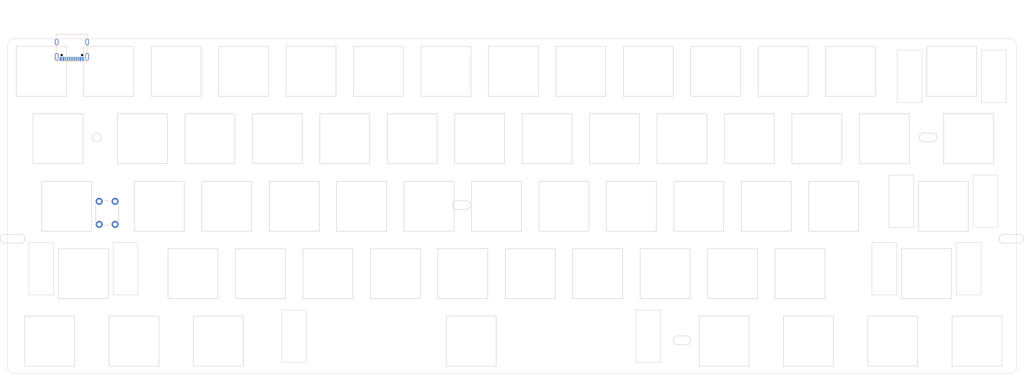
<source format=kicad_pcb>
(kicad_pcb (version 20211014) (generator pcbnew)
  (layers (0 "F.Cu" signal) (31 "B.Cu" signal) (34 "B.Paste" user) (35 "F.Paste" user) (36 "B.SilkS" user "B.Silkscreen") (37 "F.SilkS" user "F.Silkscreen") (38 "B.Mask" user) (39 "F.Mask" user) (44 "Edge.Cuts" user))
  (net 0 "")
  (footprint "kbd_SW_Hole:SW_Hole_1u" (layer "F.Cu") (at 61.9125 52.3875)
    (fp_text reference "SW7" hide)
    (fp_text value "SW_PUSH" hide)
    (fp_line (start -7.05 7.05) (end -7.05 -7.05) (layer "Edge.Cuts") (width 0.15))
    (fp_line (start 7.05 7.05) (end -7.05 7.05) (layer "Edge.Cuts") (width 0.15))
    (fp_line (start 7.05 -7.05) (end 7.05 7.05) (layer "Edge.Cuts") (width 0.15))
    (fp_line (start -7.05 -7.05) (end 7.05 -7.05) (layer "Edge.Cuts") (width 0.15))
  )
  (footprint "kbd_SW_Hole:SW_Hole_1.25u" (layer "F.Cu") (at 59.53125 109.5375)
    (fp_text reference "SW10" hide)
    (fp_text value "SW_PUSH" hide)
    (fp_line (start -7.05 -7.05) (end 7.05 -7.05) (layer "Edge.Cuts") (width 0.15))
    (fp_line (start 7.05 -7.05) (end 7.05 7.05) (layer "Edge.Cuts") (width 0.15))
    (fp_line (start -7.05 7.05) (end -7.05 -7.05) (layer "Edge.Cuts") (width 0.15))
    (fp_line (start 7.05 7.05) (end -7.05 7.05) (layer "Edge.Cuts") (width 0.15))
  )
  (footprint "kbd_SW_Hole:SW_Hole_1.25u" (layer "F.Cu") (at 83.34375 109.5375)
    (fp_text reference "SW15" hide)
    (fp_text value "SW_PUSH" hide)
    (fp_line (start -7.05 -7.05) (end 7.05 -7.05) (layer "Edge.Cuts") (width 0.15))
    (fp_line (start -7.05 7.05) (end -7.05 -7.05) (layer "Edge.Cuts") (width 0.15))
    (fp_line (start 7.05 7.05) (end -7.05 7.05) (layer "Edge.Cuts") (width 0.15))
    (fp_line (start 7.05 -7.05) (end 7.05 7.05) (layer "Edge.Cuts") (width 0.15))
  )
  (footprint "kbd_SW_Hole:SW_Hole_1u" (layer "F.Cu") (at 52.3875 33.3375)
    (fp_text reference "SW6" hide)
    (fp_text value "SW_PUSH" hide)
    (fp_line (start 7.05 7.05) (end -7.05 7.05) (layer "Edge.Cuts") (width 0.15))
    (fp_line (start 7.05 -7.05) (end 7.05 7.05) (layer "Edge.Cuts") (width 0.15))
    (fp_line (start -7.05 7.05) (end -7.05 -7.05) (layer "Edge.Cuts") (width 0.15))
    (fp_line (start -7.05 -7.05) (end 7.05 -7.05) (layer "Edge.Cuts") (width 0.15))
  )
  (footprint "kbd_SW_Hole:SW_Hole_1.75u" (layer "F.Cu") (at 40.48125 71.4375)
    (fp_text reference "SW3" hide)
    (fp_text value "SW_PUSH" hide)
    (fp_line (start 7.05 7.05) (end -7.05 7.05) (layer "Edge.Cuts") (width 0.15))
    (fp_line (start -7.05 -7.05) (end 7.05 -7.05) (layer "Edge.Cuts") (width 0.15))
    (fp_line (start -7.05 7.05) (end -7.05 -7.05) (layer "Edge.Cuts") (width 0.15))
    (fp_line (start 7.05 -7.05) (end 7.05 7.05) (layer "Edge.Cuts") (width 0.15))
  )
  (footprint "kbd_SW_Hole:SW_Hole_1.25u" (layer "F.Cu") (at 35.71875 109.5375)
    (fp_text reference "SW5" hide)
    (fp_text value "SW_PUSH" hide)
    (fp_line (start 7.05 -7.05) (end 7.05 7.05) (layer "Edge.Cuts") (width 0.15))
    (fp_line (start -7.05 7.05) (end -7.05 -7.05) (layer "Edge.Cuts") (width 0.15))
    (fp_line (start 7.05 7.05) (end -7.05 7.05) (layer "Edge.Cuts") (width 0.15))
    (fp_line (start -7.05 -7.05) (end 7.05 -7.05) (layer "Edge.Cuts") (width 0.15))
  )
  (footprint "kbd_SW_Hole:SW_Hole_1u" (layer "F.Cu") (at 33.3375 33.3375)
    (fp_text reference "SW1" hide)
    (fp_text value "SW_PUSH" hide)
    (fp_line (start -7.05 7.05) (end -7.05 -7.05) (layer "Edge.Cuts") (width 0.15))
    (fp_line (start -7.05 -7.05) (end 7.05 -7.05) (layer "Edge.Cuts") (width 0.15))
    (fp_line (start 7.05 -7.05) (end 7.05 7.05) (layer "Edge.Cuts") (width 0.15))
    (fp_line (start 7.05 7.05) (end -7.05 7.05) (layer "Edge.Cuts") (width 0.15))
  )
  (footprint "kbd_SW_Hole:SW_Hole_1.5u" (layer "F.Cu") (at 38.1 52.3875)
    (fp_text reference "SW2" hide)
    (fp_text value "KEY_SWITCH" hide)
    (fp_line (start 7.05 -7.05) (end 7.05 7.05) (layer "Edge.Cuts") (width 0.15))
    (fp_line (start -7.05 -7.05) (end 7.05 -7.05) (layer "Edge.Cuts") (width 0.15))
    (fp_line (start 7.05 7.05) (end -7.05 7.05) (layer "Edge.Cuts") (width 0.15))
    (fp_line (start -7.05 7.05) (end -7.05 -7.05) (layer "Edge.Cuts") (width 0.15))
  )
  (footprint "kbd_SW_Hole:SW_Hole_2.25u" (layer "F.Cu") (at 45.24375 90.4875 180)
    (fp_text reference "SW4" hide)
    (fp_text value "KEY_SWITCH" hide)
    (fp_line (start -15.4 8.8) (end -15.4 -6) (layer "Edge.Cuts") (width 0.12))
    (fp_line (start -8.4 -6) (end -8.4 8.8) (layer "Edge.Cuts") (width 0.12))
    (fp_line (start 7.05 -7.05) (end 7.05 7.05) (layer "Edge.Cuts") (width 0.15))
    (fp_line (start 15.4 8.8) (end 15.4 -6) (layer "Edge.Cuts") (width 0.12))
    (fp_line (start 7.05 7.05) (end -7.05 7.05) (layer "Edge.Cuts") (width 0.15))
    (fp_line (start 8.4 -6) (end 8.4 8.8) (layer "Edge.Cuts") (width 0.12))
    (fp_line (start -15.4 -6) (end -8.4 -6) (layer "Edge.Cuts") (width 0.12))
    (fp_line (start 8.4 8.8) (end 15.4 8.8) (layer "Edge.Cuts") (width 0.12))
    (fp_line (start 15.4 -6) (end 8.4 -6) (layer "Edge.Cuts") (width 0.12))
    (fp_line (start -7.05 -7.05) (end 7.05 -7.05) (layer "Edge.Cuts") (width 0.15))
    (fp_line (start -8.4 8.8) (end -15.4 8.8) (layer "Edge.Cuts") (width 0.12))
    (fp_line (start -7.05 7.05) (end -7.05 -7.05) (layer "Edge.Cuts") (width 0.15))
  )
  (footprint "kbd_SW_Hole:SW_Hole_1u" (layer "F.Cu") (at 76.2 90.4875)
    (fp_text reference "SW9" hide)
    (fp_text value "SW_PUSH" hide)
    (fp_line (start -7.05 7.05) (end -7.05 -7.05) (layer "Edge.Cuts") (width 0.15))
    (fp_line (start 7.05 7.05) (end -7.05 7.05) (layer "Edge.Cuts") (width 0.15))
    (fp_line (start 7.05 -7.05) (end 7.05 7.05) (layer "Edge.Cuts") (width 0.15))
    (fp_line (start -7.05 -7.05) (end 7.05 -7.05) (layer "Edge.Cuts") (width 0.15))
  )
  (footprint "kbd_SW_Hole:SW_Hole_1u" (layer "F.Cu") (at 66.675 71.4375)
    (fp_text reference "SW8" hide)
    (fp_text value "SW_PUSH" hide)
    (fp_line (start 7.05 7.05) (end -7.05 7.05) (layer "Edge.Cuts") (width 0.15))
    (fp_line (start 7.05 -7.05) (end 7.05 7.05) (layer "Edge.Cuts") (width 0.15))
    (fp_line (start -7.05 -7.05) (end 7.05 -7.05) (layer "Edge.Cuts") (width 0.15))
    (fp_line (start -7.05 7.05) (end -7.05 -7.05) (layer "Edge.Cuts") (width 0.15))
  )
  (footprint "kbd_SW_Hole:SW_Hole_1u" (layer "F.Cu") (at 80.9625 52.3875)
    (fp_text reference "SW12" hide)
    (fp_text value "SW_PUSH" hide)
    (fp_line (start 7.05 7.05) (end -7.05 7.05) (layer "Edge.Cuts") (width 0.15))
    (fp_line (start 7.05 -7.05) (end 7.05 7.05) (layer "Edge.Cuts") (width 0.15))
    (fp_line (start -7.05 -7.05) (end 7.05 -7.05) (layer "Edge.Cuts") (width 0.15))
    (fp_line (start -7.05 7.05) (end -7.05 -7.05) (layer "Edge.Cuts") (width 0.15))
  )
  (footprint "kbd_SW_Hole:SW_Hole_1u" (layer "F.Cu") (at 71.4375 33.3375)
    (fp_text reference "SW11" hide)
    (fp_text value "SW_PUSH" hide)
    (fp_line (start -7.05 -7.05) (end 7.05 -7.05) (layer "Edge.Cuts") (width 0.15))
    (fp_line (start 7.05 7.05) (end -7.05 7.05) (layer "Edge.Cuts") (width 0.15))
    (fp_line (start 7.05 -7.05) (end 7.05 7.05) (layer "Edge.Cuts") (width 0.15))
    (fp_line (start -7.05 7.05) (end -7.05 -7.05) (layer "Edge.Cuts") (width 0.15))
  )
  (footprint "kbd_SW_Hole:SW_Hole_1u" (layer "F.Cu") (at 85.725 71.4375)
    (fp_text reference "SW13" hide)
    (fp_text value "SW_PUSH" hide)
    (fp_line (start 7.05 -7.05) (end 7.05 7.05) (layer "Edge.Cuts") (width 0.15))
    (fp_line (start -7.05 -7.05) (end 7.05 -7.05) (layer "Edge.Cuts") (width 0.15))
    (fp_line (start 7.05 7.05) (end -7.05 7.05) (layer "Edge.Cuts") (width 0.15))
    (fp_line (start -7.05 7.05) (end -7.05 -7.05) (layer "Edge.Cuts") (width 0.15))
  )
  (footprint "kbd_SW_Hole:SW_Hole_1u" (layer "F.Cu") (at 95.25 90.4875)
    (fp_text reference "SW14" hide)
    (fp_text value "SW_PUSH" hide)
    (fp_line (start 7.05 -7.05) (end 7.05 7.05) (layer "Edge.Cuts") (width 0.15))
    (fp_line (start -7.05 -7.05) (end 7.05 -7.05) (layer "Edge.Cuts") (width 0.15))
    (fp_line (start -7.05 7.05) (end -7.05 -7.05) (layer "Edge.Cuts") (width 0.15))
    (fp_line (start 7.05 7.05) (end -7.05 7.05) (layer "Edge.Cuts") (width 0.15))
  )
  (footprint "kbd_SW_Hole:SW_Hole_1u" (layer "F.Cu") (at 100.0125 52.3875)
    (fp_text reference "SW17" hide)
    (fp_text value "SW_PUSH" hide)
    (fp_line (start -7.05 -7.05) (end 7.05 -7.05) (layer "Edge.Cuts") (width 0.15))
    (fp_line (start 7.05 7.05) (end -7.05 7.05) (layer "Edge.Cuts") (width 0.15))
    (fp_line (start 7.05 -7.05) (end 7.05 7.05) (layer "Edge.Cuts") (width 0.15))
    (fp_line (start -7.05 7.05) (end -7.05 -7.05) (layer "Edge.Cuts") (width 0.15))
  )
  (footprint "kbd_SW_Hole:SW_Hole_1u" (layer "F.Cu") (at 114.3 90.4875)
    (fp_text reference "SW19" hide)
    (fp_text value "SW_PUSH" hide)
    (fp_line (start -7.05 7.05) (end -7.05 -7.05) (layer "Edge.Cuts") (width 0.15))
    (fp_line (start -7.05 -7.05) (end 7.05 -7.05) (layer "Edge.Cuts") (width 0.15))
    (fp_line (start 7.05 -7.05) (end 7.05 7.05) (layer "Edge.Cuts") (width 0.15))
    (fp_line (start 7.05 7.05) (end -7.05 7.05) (layer "Edge.Cuts") (width 0.15))
  )
  (footprint "kbd_SW_Hole:SW_Hole_1u" (layer "F.Cu") (at 90.4875 33.3375)
    (fp_text reference "SW16" hide)
    (fp_text value "SW_PUSH" hide)
    (fp_line (start -7.05 -7.05) (end 7.05 -7.05) (layer "Edge.Cuts") (width 0.15))
    (fp_line (start -7.05 7.05) (end -7.05 -7.05) (layer "Edge.Cuts") (width 0.15))
    (fp_line (start 7.05 -7.05) (end 7.05 7.05) (layer "Edge.Cuts") (width 0.15))
    (fp_line (start 7.05 7.05) (end -7.05 7.05) (layer "Edge.Cuts") (width 0.15))
  )
  (footprint "kbd_SW_Hole:SW_Hole_1u" (layer "F.Cu") (at 104.775 71.4375)
    (fp_text reference "SW18" hide)
    (fp_text value "SW_PUSH" hide)
    (fp_line (start 7.05 7.05) (end -7.05 7.05) (layer "Edge.Cuts") (width 0.15))
    (fp_line (start -7.05 7.05) (end -7.05 -7.05) (layer "Edge.Cuts") (width 0.15))
    (fp_line (start -7.05 -7.05) (end 7.05 -7.05) (layer "Edge.Cuts") (width 0.15))
    (fp_line (start 7.05 -7.05) (end 7.05 7.05) (layer "Edge.Cuts") (width 0.15))
  )
  (footprint "kbd_SW_Hole:SW_Hole_6.25u" (layer "F.Cu") (at 154.78125 109.5375 180)
    (fp_text reference "SW20" hide)
    (fp_text value "SW_PUSH" hide)
    (fp_line (start 7.05 -7.05) (end 7.05 7.05) (layer "Edge.Cuts") (width 0.15))
    (fp_line (start -7.05 7.05) (end -7.05 -7.05) (layer "Edge.Cuts") (width 0.15))
    (fp_line (start 53.51 8.8) (end 53.51 -6) (layer "Edge.Cuts") (width 0.12))
    (fp_line (start -46.51 8.8) (end -53.51 8.8) (layer "Edge.Cuts") (width 0.12))
    (fp_line (start 46.51 -6) (end 46.51 8.8) (layer "Edge.Cuts") (width 0.12))
    (fp_line (start -53.51 8.8) (end -53.51 -6) (layer "Edge.Cuts") (width 0.12))
    (fp_line (start -53.51 -6) (end -46.51 -6) (layer "Edge.Cuts") (width 0.12))
    (fp_line (start 46.51 8.8) (end 53.51 8.8) (layer "Edge.Cuts") (width 0.12))
    (fp_line (start 7.05 7.05) (end -7.05 7.05) (layer "Edge.Cuts") (width 0.15))
    (fp_line (start 53.51 -6) (end 46.51 -6) (layer "Edge.Cuts") (width 0.12))
    (fp_line (start -7.05 -7.05) (end 7.05 -7.05) (layer "Edge.Cuts") (width 0.15))
    (fp_line (start -46.51 -6) (end -46.51 8.8) (layer "Edge.Cuts") (width 0.12))
  )
  (footprint "kbd_SW_Hole:SW_Hole_1u" (layer "F.Cu") (at 119.0625 52.3875)
    (fp_text reference "SW22" hide)
    (fp_text value "SW_PUSH" hide)
    (fp_line (start -7.05 -7.05) (end 7.05 -7.05) (layer "Edge.Cuts") (width 0.15))
    (fp_line (start -7.05 7.05) (end -7.05 -7.05) (layer "Edge.Cuts") (width 0.15))
    (fp_line (start 7.05 -7.05) (end 7.05 7.05) (layer "Edge.Cuts") (width 0.15))
    (fp_line (start 7.05 7.05) (end -7.05 7.05) (layer "Edge.Cuts") (width 0.15))
  )
  (footprint "kbd_SW_Hole:SW_Hole_1u" (layer "F.Cu") (at 109.5375 33.3375)
    (fp_text reference "SW21" hide)
    (fp_text value "SW_PUSH" hide)
    (fp_line (start 7.05 -7.05) (end 7.05 7.05) (layer "Edge.Cuts") (width 0.15))
    (fp_line (start -7.05 -7.05) (end 7.05 -7.05) (layer "Edge.Cuts") (width 0.15))
    (fp_line (start -7.05 7.05) (end -7.05 -7.05) (layer "Edge.Cuts") (width 0.15))
    (fp_line (start 7.05 7.05) (end -7.05 7.05) (layer "Edge.Cuts") (width 0.15))
  )
  (footprint "kbd_SW_Hole:SW_Hole_1u" (layer "F.Cu") (at 176.2125 52.3875)
    (fp_text reference "SW34" hide)
    (fp_text value "SW_PUSH" hide)
    (fp_line (start 7.05 7.05) (end -7.05 7.05) (layer "Edge.Cuts") (width 0.15))
    (fp_line (start 7.05 -7.05) (end 7.05 7.05) (layer "Edge.Cuts") (width 0.15))
    (fp_line (start -7.05 -7.05) (end 7.05 -7.05) (layer "Edge.Cuts") (width 0.15))
    (fp_line (start -7.05 7.05) (end -7.05 -7.05) (layer "Edge.Cuts") (width 0.15))
  )
  (footprint "kbd_SW_Hole:SW_Hole_1u" (layer "F.Cu") (at 123.825 71.4375)
    (fp_text reference "SW23" hide)
    (fp_text value "SW_PUSH" hide)
    (fp_line (start -7.05 -7.05) (end 7.05 -7.05) (layer "Edge.Cuts") (width 0.15))
    (fp_line (start -7.05 7.05) (end -7.05 -7.05) (layer "Edge.Cuts") (width 0.15))
    (fp_line (start 7.05 -7.05) (end 7.05 7.05) (layer "Edge.Cuts") (width 0.15))
    (fp_line (start 7.05 7.05) (end -7.05 7.05) (layer "Edge.Cuts") (width 0.15))
  )
  (footprint "kbd_SW_Hole:SW_Hole_1u" (layer "F.Cu") (at 138.1125 52.3875)
    (fp_text reference "SW26" hide)
    (fp_text value "SW_PUSH" hide)
    (fp_line (start -7.05 -7.05) (end 7.05 -7.05) (layer "Edge.Cuts") (width 0.15))
    (fp_line (start 7.05 7.05) (end -7.05 7.05) (layer "Edge.Cuts") (width 0.15))
    (fp_line (start 7.05 -7.05) (end 7.05 7.05) (layer "Edge.Cuts") (width 0.15))
    (fp_line (start -7.05 7.05) (end -7.05 -7.05) (layer "Edge.Cuts") (width 0.15))
  )
  (footprint "kbd_SW_Hole:SW_Hole_1u" (layer "F.Cu") (at 152.4 90.4875)
    (fp_text reference "SW28" hide)
    (fp_text value "SW_PUSH" hide)
    (fp_line (start -7.05 7.05) (end -7.05 -7.05) (layer "Edge.Cuts") (width 0.15))
    (fp_line (start -7.05 -7.05) (end 7.05 -7.05) (layer "Edge.Cuts") (width 0.15))
    (fp_line (start 7.05 -7.05) (end 7.05 7.05) (layer "Edge.Cuts") (width 0.15))
    (fp_line (start 7.05 7.05) (end -7.05 7.05) (layer "Edge.Cuts") (width 0.15))
  )
  (footprint "kbd_SW_Hole:SW_Hole_1u" (layer "F.Cu") (at 171.45 90.4875)
    (fp_text reference "SW32" hide)
    (fp_text value "SW_PUSH" hide)
    (fp_line (start 7.05 -7.05) (end 7.05 7.05) (layer "Edge.Cuts") (width 0.15))
    (fp_line (start 7.05 7.05) (end -7.05 7.05) (layer "Edge.Cuts") (width 0.15))
    (fp_line (start -7.05 7.05) (end -7.05 -7.05) (layer "Edge.Cuts") (width 0.15))
    (fp_line (start -7.05 -7.05) (end 7.05 -7.05) (layer "Edge.Cuts") (width 0.15))
  )
  (footprint "kbd_SW_Hole:SW_Hole_1u" (layer "F.Cu") (at 166.6875 33.3375)
    (fp_text reference "SW33" hide)
    (fp_text value "SW_PUSH" hide)
    (fp_line (start -7.05 -7.05) (end 7.05 -7.05) (layer "Edge.Cuts") (width 0.15))
    (fp_line (start 7.05 7.05) (end -7.05 7.05) (layer "Edge.Cuts") (width 0.15))
    (fp_line (start -7.05 7.05) (end -7.05 -7.05) (layer "Edge.Cuts") (width 0.15))
    (fp_line (start 7.05 -7.05) (end 7.05 7.05) (layer "Edge.Cuts") (width 0.15))
  )
  (footprint "kbd_SW_Hole:SW_Hole_1u" (layer "F.Cu") (at 128.5875 33.3375)
    (fp_text reference "SW25" hide)
    (fp_text value "SW_PUSH" hide)
    (fp_line (start -7.05 -7.05) (end 7.05 -7.05) (layer "Edge.Cuts") (width 0.15))
    (fp_line (start -7.05 7.05) (end -7.05 -7.05) (layer "Edge.Cuts") (width 0.15))
    (fp_line (start 7.05 7.05) (end -7.05 7.05) (layer "Edge.Cuts") (width 0.15))
    (fp_line (start 7.05 -7.05) (end 7.05 7.05) (layer "Edge.Cuts") (width 0.15))
  )
  (footprint "kbd_SW_Hole:SW_Hole_1u" (layer "F.Cu") (at 133.35 90.4875)
    (fp_text reference "SW24" hide)
    (fp_text value "SW_PUSH" hide)
    (fp_line (start 7.05 7.05) (end -7.05 7.05) (layer "Edge.Cuts") (width 0.15))
    (fp_line (start 7.05 -7.05) (end 7.05 7.05) (layer "Edge.Cuts") (width 0.15))
    (fp_line (start -7.05 -7.05) (end 7.05 -7.05) (layer "Edge.Cuts") (width 0.15))
    (fp_line (start -7.05 7.05) (end -7.05 -7.05) (layer "Edge.Cuts") (width 0.15))
  )
  (footprint "kbd_SW_Hole:SW_Hole_1u" (layer "F.Cu") (at 142.875 71.4375)
    (fp_text reference "SW27" hide)
    (fp_text value "SW_PUSH" hide)
    (fp_line (start 7.05 7.05) (end -7.05 7.05) (layer "Edge.Cuts") (width 0.15))
    (fp_line (start 7.05 -7.05) (end 7.05 7.05) (layer "Edge.Cuts") (width 0.15))
    (fp_line (start -7.05 -7.05) (end 7.05 -7.05) (layer "Edge.Cuts") (width 0.15))
    (fp_line (start -7.05 7.05) (end -7.05 -7.05) (layer "Edge.Cuts") (width 0.15))
  )
  (footprint "kbd_SW_Hole:SW_Hole_1u" (layer "F.Cu") (at 147.6375 33.3375)
    (fp_text reference "SW29" hide)
    (fp_text value "SW_PUSH" hide)
    (fp_line (start 7.05 7.05) (end -7.05 7.05) (layer "Edge.Cuts") (width 0.15))
    (fp_line (start -7.05 7.05) (end -7.05 -7.05) (layer "Edge.Cuts") (width 0.15))
    (fp_line (start 7.05 -7.05) (end 7.05 7.05) (layer "Edge.Cuts") (width 0.15))
    (fp_line (start -7.05 -7.05) (end 7.05 -7.05) (layer "Edge.Cuts") (width 0.15))
  )
  (footprint "kbd_SW_Hole:SW_Hole_1u" (layer "F.Cu") (at 180.975 71.4375)
    (fp_text reference "SW35" hide)
    (fp_text value "SW_PUSH" hide)
    (fp_line (start -7.05 -7.05) (end 7.05 -7.05) (layer "Edge.Cuts") (width 0.15))
    (fp_line (start -7.05 7.05) (end -7.05 -7.05) (layer "Edge.Cuts") (width 0.15))
    (fp_line (start 7.05 7.05) (end -7.05 7.05) (layer "Edge.Cuts") (width 0.15))
    (fp_line (start 7.05 -7.05) (end 7.05 7.05) (layer "Edge.Cuts") (width 0.15))
  )
  (footprint "kbd_SW_Hole:SW_Hole_1u" (layer "F.Cu") (at 200.025 71.4375)
    (fp_text reference "SW39" hide)
    (fp_text value "SW_PUSH" hide)
    (fp_line (start -7.05 -7.05) (end 7.05 -7.05) (layer "Edge.Cuts") (width 0.15))
    (fp_line (start -7.05 7.05) (end -7.05 -7.05) (layer "Edge.Cuts") (width 0.15))
    (fp_line (start 7.05 -7.05) (end 7.05 7.05) (layer "Edge.Cuts") (width 0.15))
    (fp_line (start 7.05 7.05) (end -7.05 7.05) (layer "Edge.Cuts") (width 0.15))
  )
  (footprint "kbd_SW_Hole:SW_Hole_1u" (layer "F.Cu") (at 204.7875 33.3375)
    (fp_text reference "SW41" hide)
    (fp_text value "SW_PUSH" hide)
    (fp_line (start 7.05 -7.05) (end 7.05 7.05) (layer "Edge.Cuts") (width 0.15))
    (fp_line (start -7.05 -7.05) (end 7.05 -7.05) (layer "Edge.Cuts") (width 0.15))
    (fp_line (start 7.05 7.05) (end -7.05 7.05) (layer "Edge.Cuts") (width 0.15))
    (fp_line (start -7.05 7.05) (end -7.05 -7.05) (layer "Edge.Cuts") (width 0.15))
  )
  (footprint "kbd_SW_Hole:SW_Hole_1u" (layer "F.Cu") (at 214.3125 52.3875)
    (fp_text reference "SW42" hide)
    (fp_text value "SW_PUSH" hide)
    (fp_line (start 7.05 7.05) (end -7.05 7.05) (layer "Edge.Cuts") (width 0.15))
    (fp_line (start -7.05 7.05) (end -7.05 -7.05) (layer "Edge.Cuts") (width 0.15))
    (fp_line (start 7.05 -7.05) (end 7.05 7.05) (layer "Edge.Cuts") (width 0.15))
    (fp_line (start -7.05 -7.05) (end 7.05 -7.05) (layer "Edge.Cuts") (width 0.15))
  )
  (footprint "kbd_SW_Hole:SW_Hole_1u" (layer "F.Cu") (at 157.1625 52.3875)
    (fp_text reference "SW30" hide)
    (fp_text value "SW_PUSH" hide)
    (fp_line (start -7.05 -7.05) (end 7.05 -7.05) (layer "Edge.Cuts") (width 0.15))
    (fp_line (start 7.05 7.05) (end -7.05 7.05) (layer "Edge.Cuts") (width 0.15))
    (fp_line (start -7.05 7.05) (end -7.05 -7.05) (layer "Edge.Cuts") (width 0.15))
    (fp_line (start 7.05 -7.05) (end 7.05 7.05) (layer "Edge.Cuts") (width 0.15))
  )
  (footprint "kbd_SW_Hole:SW_Hole_1u" (layer "F.Cu") (at 195.2625 52.3875)
    (fp_text reference "SW38" hide)
    (fp_text value "SW_PUSH" hide)
    (fp_line (start 7.05 7.05) (end -7.05 7.05) (layer "Edge.Cuts") (width 0.15))
    (fp_line (start 7.05 -7.05) (end 7.05 7.05) (layer "Edge.Cuts") (width 0.15))
    (fp_line (start -7.05 7.05) (end -7.05 -7.05) (layer "Edge.Cuts") (width 0.15))
    (fp_line (start -7.05 -7.05) (end 7.05 -7.05) (layer "Edge.Cuts") (width 0.15))
  )
  (footprint "kbd_SW_Hole:SW_Hole_1u" (layer "F.Cu") (at 228.6 90.4875)
    (fp_text reference "SW44" hide)
    (fp_text value "SW_PUSH" hide)
    (fp_line (start -7.05 7.05) (end -7.05 -7.05) (layer "Edge.Cuts") (width 0.15))
    (fp_line (start -7.05 -7.05) (end 7.05 -7.05) (layer "Edge.Cuts") (width 0.15))
    (fp_line (start 7.05 7.05) (end -7.05 7.05) (layer "Edge.Cuts") (width 0.15))
    (fp_line (start 7.05 -7.05) (end 7.05 7.05) (layer "Edge.Cuts") (width 0.15))
  )
  (footprint "kbd_SW_Hole:SW_Hole_1u" (layer "F.Cu") (at 190.5 90.4875)
    (fp_text reference "SW36" hide)
    (fp_text value "SW_PUSH" hide)
    (fp_line (start -7.05 -7.05) (end 7.05 -7.05) (layer "Edge.Cuts") (width 0.15))
    (fp_line (start 7.05 7.05) (end -7.05 7.05) (layer "Edge.Cuts") (width 0.15))
    (fp_line (start 7.05 -7.05) (end 7.05 7.05) (layer "Edge.Cuts") (width 0.15))
    (fp_line (start -7.05 7.05) (end -7.05 -7.05) (layer "Edge.Cuts") (width 0.15))
  )
  (footprint "kbd_SW_Hole:SW_Hole_1u" (layer "F.Cu") (at 209.55 90.4875)
    (fp_text reference "SW40" hide)
    (fp_text value "SW_PUSH" hide)
    (fp_line (start 7.05 7.05) (end -7.05 7.05) (layer "Edge.Cuts") (width 0.15))
    (fp_line (start 7.05 -7.05) (end 7.05 7.05) (layer "Edge.Cuts") (width 0.15))
    (fp_line (start -7.05 7.05) (end -7.05 -7.05) (layer "Edge.Cuts") (width 0.15))
    (fp_line (start -7.05 -7.05) (end 7.05 -7.05) (layer "Edge.Cuts") (width 0.15))
  )
  (footprint "kbd_SW_Hole:SW_Hole_1u" (layer "F.Cu") (at 185.7375 33.3375)
    (fp_text reference "SW37" hide)
    (fp_text value "SW_PUSH" hide)
    (fp_line (start 7.05 7.05) (end -7.05 7.05) (layer "Edge.Cuts") (width 0.15))
    (fp_line (start -7.05 7.05) (end -7.05 -7.05) (layer "Edge.Cuts") (width 0.15))
    (fp_line (start 7.05 -7.05) (end 7.05 7.05) (layer "Edge.Cuts") (width 0.15))
    (fp_line (start -7.05 -7.05) (end 7.05 -7.05) (layer "Edge.Cuts") (width 0.15))
  )
  (footprint "kbd_SW_Hole:SW_Hole_1u" (layer "F.Cu") (at 219.075 71.4375)
    (fp_text reference "SW43" hide)
    (fp_text value "SW_PUSH" hide)
    (fp_line (start 7.05 7.05) (end -7.05 7.05) (layer "Edge.Cuts") (width 0.15))
    (fp_line (start -7.05 -7.05) (end 7.05 -7.05) (layer "Edge.Cuts") (width 0.15))
    (fp_line (start 7.05 -7.05) (end 7.05 7.05) (layer "Edge.Cuts") (width 0.15))
    (fp_line (start -7.05 7.05) (end -7.05 -7.05) (layer "Edge.Cuts") (width 0.15))
  )
  (footprint "kbd_SW_Hole:SW_Hole_1u" (layer "F.Cu") (at 161.925 71.4375)
    (fp_text reference "SW31" hide)
    (fp_text value "SW_PUSH" hide)
    (fp_line (start 7.05 -7.05) (end 7.05 7.05) (layer "Edge.Cuts") (width 0.15))
    (fp_line (start -7.05 -7.05) (end 7.05 -7.05) (layer "Edge.Cuts") (width 0.15))
    (fp_line (start 7.05 7.05) (end -7.05 7.05) (layer "Edge.Cuts") (width 0.15))
    (fp_line (start -7.05 7.05) (end -7.05 -7.05) (layer "Edge.Cuts") (width 0.15))
  )
  (footprint "kbd_SW_Hole:SW_Hole_2.75u" (layer "F.Cu") (at 283.36875 90.4875 180)
    (fp_text reference "SW60" hide)
    (fp_text value "SW_PUSH" hide)
    (fp_line (start 7.05 -7.05) (end 7.05 7.05) (layer "Edge.Cuts") (width 0.15))
    (fp_line (start -8.4 8.8) (end -15.4 8.8) (layer "Edge.Cuts") (width 0.12))
    (fp_line (start 8.4 -6) (end 8.4 8.8) (layer "Edge.Cuts") (width 0.12))
    (fp_line (start -8.4 -6) (end -8.4 8.8) (layer "Edge.Cuts") (width 0.12))
    (fp_line (start -15.4 -6) (end -8.4 -6) (layer "Edge.Cuts") (width 0.12))
    (fp_line (start -7.05 7.05) (end -7.05 -7.05) (layer "Edge.Cuts") (width 0.15))
    (fp_line (start -15.4 8.8) (end -15.4 -6) (layer "Edge.Cuts") (width 0.12))
    (fp_line (start 7.05 7.05) (end -7.05 7.05) (layer "Edge.Cuts") (width 0.15))
    (fp_line (start 8.4 8.8) (end 15.4 8.8) (layer "Edge.Cuts") (width 0.12))
    (fp_line (start -7.05 -7.05) (end 7.05 -7.05) (layer "Edge.Cuts") (width 0.15))
    (fp_line (start 15.4 -6) (end 8.4 -6) (layer "Edge.Cuts") (width 0.12))
    (fp_line (start 15.4 8.8) (end 15.4 -6) (layer "Edge.Cuts") (width 0.12))
  )
  (footprint "kbd_SW_Hole:SW_Hole_1u" (layer "F.Cu") (at 242.8875 33.3375)
    (fp_text reference "SW51" hide)
    (fp_text value "SW_PUSH" hide)
    (fp_line (start 7.05 -7.05) (end 7.05 7.05) (layer "Edge.Cuts") (width 0.15))
    (fp_line (start -7.05 7.05) (end -7.05 -7.05) (layer "Edge.Cuts") (width 0.15))
    (fp_line (start -7.05 -7.05) (end 7.05 -7.05) (layer "Edge.Cuts") (width 0.15))
    (fp_line (start 7.05 7.05) (end -7.05 7.05) (layer "Edge.Cuts") (width 0.15))
  )
  (footprint "kbd_SW_Hole:SW_Hole_1u" (layer "F.Cu") (at 247.65 90.4875)
    (fp_text reference "SW49" hide)
    (fp_text value "SW_PUSH" hide)
    (fp_line (start -7.05 7.05) (end -7.05 -7.05) (layer "Edge.Cuts") (width 0.15))
    (fp_line (start 7.05 -7.05) (end 7.05 7.05) (layer "Edge.Cuts") (width 0.15))
    (fp_line (start 7.05 7.05) (end -7.05 7.05) (layer "Edge.Cuts") (width 0.15))
    (fp_line (start -7.05 -7.05) (end 7.05 -7.05) (layer "Edge.Cuts") (width 0.15))
  )
  (footprint "kbd_SW_Hole:SW_Hole_1u" (layer "F.Cu") (at 233.3625 52.3875)
    (fp_text reference "SW47" hide)
    (fp_text value "SW_PUSH" hide)
    (fp_line (start 7.05 -7.05) (end 7.05 7.05) (layer "Edge.Cuts") (width 0.15))
    (fp_line (start -7.05 7.05) (end -7.05 -7.05) (layer "Edge.Cuts") (width 0.15))
    (fp_line (start 7.05 7.05) (end -7.05 7.05) (layer "Edge.Cuts") (width 0.15))
    (fp_line (start -7.05 -7.05) (end 7.05 -7.05) (layer "Edge.Cuts") (width 0.15))
  )
  (footprint "kbd_SW_Hole:SW_Hole_1u" (layer "F.Cu") (at 238.125 71.4375)
    (fp_text reference "SW48" hide)
    (fp_text value "SW_PUSH" hide)
    (fp_line (start 7.05 7.05) (end -7.05 7.05) (layer "Edge.Cuts") (width 0.15))
    (fp_line (start 7.05 -7.05) (end 7.05 7.05) (layer "Edge.Cuts") (width 0.15))
    (fp_line (start -7.05 7.05) (end -7.05 -7.05) (layer "Edge.Cuts") (width 0.15))
    (fp_line (start -7.05 -7.05) (end 7.05 -7.05) (layer "Edge.Cuts") (width 0.15))
  )
  (footprint "kbd_SW_Hole:SW_Hole_2.25u" (layer "F.Cu") (at 288.13125 71.4375 180)
    (fp_text reference "SW59" hide)
    (fp_text value "SW_PUSH" hide)
    (fp_line (start 7.05 7.05) (end -7.05 7.05) (layer "Edge.Cuts") (width 0.15))
    (fp_line (start -8.4 8.8) (end -15.4 8.8) (layer "Edge.Cuts") (width 0.12))
    (fp_line (start -8.4 -6) (end -8.4 8.8) (layer "Edge.Cuts") (width 0.12))
    (fp_line (start -15.4 -6) (end -8.4 -6) (layer "Edge.Cuts") (width 0.12))
    (fp_line (start 7.05 -7.05) (end 7.05 7.05) (layer "Edge.Cuts") (width 0.15))
    (fp_line (start -7.05 7.05) (end -7.05 -7.05) (layer "Edge.Cuts") (width 0.15))
    (fp_line (start 8.4 8.8) (end 15.4 8.8) (layer "Edge.Cuts") (width 0.12))
    (fp_line (start 15.4 -6) (end 8.4 -6) (layer "Edge.Cuts") (width 0.12))
    (fp_line (start -7.05 -7.05) (end 7.05 -7.05) (layer "Edge.Cuts") (width 0.15))
    (fp_line (start 8.4 -6) (end 8.4 8.8) (layer "Edge.Cuts") (width 0.12))
    (fp_line (start -15.4 8.8) (end -15.4 -6) (layer "Edge.Cuts") (width 0.12))
    (fp_line (start 15.4 8.8) (end 15.4 -6) (layer "Edge.Cuts") (width 0.12))
  )
  (footprint "kbd_SW_Hole:SW_Hole_1u" (layer "F.Cu") (at 252.4125 52.3875)
    (fp_text reference "SW52" hide)
    (fp_text value "SW_PUSH" hide)
    (fp_line (start 7.05 -7.05) (end 7.05 7.05) (layer "Edge.Cuts") (width 0.15))
    (fp_line (start -7.05 7.05) (end -7.05 -7.05) (layer "Edge.Cuts") (width 0.15))
    (fp_line (start -7.05 -7.05) (end 7.05 -7.05) (layer "Edge.Cuts") (width 0.15))
    (fp_line (start 7.05 7.05) (end -7.05 7.05) (layer "Edge.Cuts") (width 0.15))
  )
  (footprint "kbd_SW_Hole:SW_Hole_1u" (layer "F.Cu") (at 261.9375 33.3375)
    (fp_text reference "SW54" hide)
    (fp_text value "SW_PUSH" hide)
    (fp_line (start -7.05 -7.05) (end 7.05 -7.05) (layer "Edge.Cuts") (width 0.15))
    (fp_line (start 7.05 -7.05) (end 7.05 7.05) (layer "Edge.Cuts") (width 0.15))
    (fp_line (start 7.05 7.05) (end -7.05 7.05) (layer "Edge.Cuts") (width 0.15))
    (fp_line (start -7.05 7.05) (end -7.05 -7.05) (layer "Edge.Cuts") (width 0.15))
  )
  (footprint "kbd_SW_Hole:SW_Hole_1u" (layer "F.Cu") (at 223.8375 33.3375)
    (fp_text reference "SW46" hide)
    (fp_text value "SW_PUSH" hide)
    (fp_line (start 7.05 -7.05) (end 7.05 7.05) (layer "Edge.Cuts") (width 0.15))
    (fp_line (start -7.05 7.05) (end -7.05 -7.05) (layer "Edge.Cuts") (width 0.15))
    (fp_line (start 7.05 7.05) (end -7.05 7.05) (layer "Edge.Cuts") (width 0.15))
    (fp_line (start -7.05 -7.05) (end 7.05 -7.05) (layer "Edge.Cuts") (width 0.15))
  )
  (footprint "kbd_SW_Hole:SW_Hole_1u" (layer "F.Cu") (at 257.175 71.4375)
    (fp_text reference "SW53" hide)
    (fp_text value "SW_PUSH" hide)
    (fp_line (start 7.05 7.05) (end -7.05 7.05) (layer "Edge.Cuts") (width 0.15))
    (fp_line (start -7.05 7.05) (end -7.05 -7.05) (layer "Edge.Cuts") (width 0.15))
    (fp_line (start -7.05 -7.05) (end 7.05 -7.05) (layer "Edge.Cuts") (width 0.15))
    (fp_line (start 7.05 -7.05) (end 7.05 7.05) (layer "Edge.Cuts") (width 0.15))
  )
  (footprint "kbd_SW_Hole:SW_Hole_1u" (layer "F.Cu") (at 271.4625 52.3875)
    (fp_text reference "SW55" hide)
    (fp_text value "SW_PUSH" hide)
    (fp_line (start -7.05 7.05) (end -7.05 -7.05) (layer "Edge.Cuts") (width 0.15))
    (fp_line (start 7.05 7.05) (end -7.05 7.05) (layer "Edge.Cuts") (width 0.15))
    (fp_line (start -7.05 -7.05) (end 7.05 -7.05) (layer "Edge.Cuts") (width 0.15))
    (fp_line (start 7.05 -7.05) (end 7.05 7.05) (layer "Edge.Cuts") (width 0.15))
  )
  (footprint "kbd_SW_Hole:SW_Hole_1.5u" (layer "F.Cu") (at 295.275 52.3875)
    (fp_text reference "SW58" hide)
    (fp_text value "SW_PUSH" hide)
    (fp_line (start -7.05 -7.05) (end 7.05 -7.05) (layer "Edge.Cuts") (width 0.15))
    (fp_line (start 7.05 -7.05) (end 7.05 7.05) (layer "Edge.Cuts") (width 0.15))
    (fp_line (start -7.05 7.05) (end -7.05 -7.05) (layer "Edge.Cuts") (width 0.15))
    (fp_line (start 7.05 7.05) (end -7.05 7.05) (layer "Edge.Cuts") (width 0.15))
  )
  (footprint "kbd_SW_Hole:SW_Hole_2u" (layer "F.Cu") (at 290.5125 33.3375)
    (fp_text reference "SW57" hide)
    (fp_text value "SW_PUSH" hide)
    (fp_line (start -15.4 -6) (end -8.4 -6) (layer "Edge.Cuts") (width 0.12))
    (fp_line (start 8.4 -6) (end 8.4 8.8) (layer "Edge.Cuts") (width 0.12))
    (fp_line (start -8.4 8.8) (end -15.4 8.8) (layer "Edge.Cuts") (width 0.12))
    (fp_line (start -7.05 -7.05) (end 7.05 -7.05) (layer "Edge.Cuts") (width 0.15))
    (fp_line (start -7.05 7.05) (end -7.05 -7.05) (layer "Edge.Cuts") (width 0.15))
    (fp_line (start 8.4 8.8) (end 15.4 8.8) (layer "Edge.Cuts") (width 0.12))
    (fp_line (start 7.05 -7.05) (end 7.05 7.05) (layer "Edge.Cuts") (width 0.15))
    (fp_line (start 15.4 8.8) (end 15.4 -6) (layer "Edge.Cuts") (width 0.12))
    (fp_line (start 15.4 -6) (end 8.4 -6) (layer "Edge.Cuts") (width 0.12))
    (fp_line (start -15.4 8.8) (end -15.4 -6) (layer "Edge.Cuts") (width 0.12))
    (fp_line (start 7.05 7.05) (end -7.05 7.05) (layer "Edge.Cuts") (width 0.15))
    (fp_line (start -8.4 -6) (end -8.4 8.8) (layer "Edge.Cuts") (width 0.12))
  )
  (footprint "kbd_SW_Hole:SW_Hole_1.25u" (layer "F.Cu") (at 273.84375 109.5375)
    (fp_text reference "SW56" hide)
    (fp_text value "SW_PUSH" hide)
    (fp_line (start 7.05 -7.05) (end 7.05 7.05) (layer "Edge.Cuts") (width 0.15))
    (fp_line (start -7.05 -7.05) (end 7.05 -7.05) (layer "Edge.Cuts") (width 0.15))
    (fp_line (start -7.05 7.05) (end -7.05 -7.05) (layer "Edge.Cuts") (width 0.15))
    (fp_line (start 7.05 7.05) (end -7.05 7.05) (layer "Edge.Cuts") (width 0.15))
  )
  (footprint "kbd_SW_Hole:SW_Hole_1.25u" (layer "F.Cu") (at 297.65625 109.5375)
    (fp_text reference "SW61" hide)
    (fp_text value "SW_PUSH" hide)
    (fp_line (start -7.05 7.05) (end -7.05 -7.05) (layer "Edge.Cuts") (width 0.15))
    (fp_line (start -7.05 -7.05) (end 7.05 -7.05) (layer "Edge.Cuts") (width 0.15))
    (fp_line (start 7.05 7.05) (end -7.05 7.05) (layer "Edge.Cuts") (width 0.15))
    (fp_line (start 7.05 -7.05) (end 7.05 7.05) (layer "Edge.Cuts") (width 0.15))
  )
  (footprint "kbd_SW_Hole:SW_Hole_1.25u" (layer "F.Cu") (at 226.21875 109.5375)
    (fp_text reference "SW45" hide)
    (fp_text value "SW_PUSH" hide)
    (fp_line (start 7.05 -7.05) (end 7.05 7.05) (layer "Edge.Cuts") (width 0.15))
    (fp_line (start -7.05 -7.05) (end 7.05 -7.05) (layer "Edge.Cuts") (width 0.15))
    (fp_line (start 7.05 7.05) (end -7.05 7.05) (layer "Edge.Cuts") (width 0.15))
    (fp_line (start -7.05 7.05) (end -7.05 -7.05) (layer "Edge.Cuts") (width 0.15))
  )
  (footprint "kbd_SW_Hole:SW_Hole_1.25u" (layer "F.Cu") (at 250.03125 109.5375)
    (fp_text reference "SW50" hide)
    (fp_text value "SW_PUSH" hide)
    (fp_line (start 7.05 7.05) (end -7.05 7.05) (layer "Edge.Cuts") (width 0.15))
    (fp_line (start -7.05 -7.05) (end 7.05 -7.05) (layer "Edge.Cuts") (width 0.15))
    (fp_line (start -7.05 7.05) (end -7.05 -7.05) (layer "Edge.Cuts") (width 0.15))
    (fp_line (start 7.05 -7.05) (end 7.05 7.05) (layer "Edge.Cuts") (width 0.15))
  )
  (footprint "Jun_footprints:hole_poker2_edge" (layer "F.Cu") (at 214.2994 109.31445)
    (fp_text reference "J6" hide)
    (fp_text value "hole_poker2_edge" hide)
    (fp_line (start -1.25095 1.24968) (end 1.25095 1.24968) (layer "Edge.Cuts") (width 0.15))
    (fp_line (start -1.25095 -1.24968) (end 1.25095 -1.24968) (layer "Edge.Cuts") (width 0.15))
    (fp_arc (start -1.25095 1.24968) (mid -2.50063 0) (end -1.25095 -1.24968) (layer "Edge.Cuts") (width 0.15))
    (fp_arc (start 1.25095 -1.24968) (mid 2.50063 0) (end 1.25095 1.24968) (layer "Edge.Cuts") (width 0.15))
  )
  (footprint "Jun_footprints:hole_poker2_edge" (layer "F.Cu") (at 152 71.11375)
    (fp_text reference "J5" hide)
    (fp_text value "hole_poker2_edge" hide)
    (fp_line (start -1.25095 1.24968) (end 1.25095 1.24968) (layer "Edge.Cuts") (width 0.15))
    (fp_line (start -1.25095 -1.24968) (end 1.25095 -1.24968) (layer "Edge.Cuts") (width 0.15))
    (fp_arc (start -1.25095 1.24968) (mid -2.50063 0) (end -1.25095 -1.24968) (layer "Edge.Cuts") (width 0.15))
    (fp_arc (start 1.25095 -1.24968) (mid 2.50063 0) (end 1.25095 1.24968) (layer "Edge.Cuts") (width 0.15))
  )
  (footprint "Jun_footprints:hole_poker2_edge" (layer "F.Cu") (at 283.8499 52.01455)
    (fp_text reference "J4" hide)
    (fp_text value "hole_poker2_edge" hide)
    (fp_line (start -1.25095 1.24968) (end 1.25095 1.24968) (layer "Edge.Cuts") (width 0.15))
    (fp_line (start -1.25095 -1.24968) (end 1.25095 -1.24968) (layer "Edge.Cuts") (width 0.15))
    (fp_arc (start 1.25095 -1.24968) (mid 2.50063 0) (end 1.25095 1.24968) (layer "Edge.Cuts") (width 0.15))
    (fp_arc (start -1.25095 1.24968) (mid -2.50063 0) (end -1.25095 -1.24968) (layer "Edge.Cuts") (width 0.15))
  )
  (footprint "Jun_footprints:hole_poker1_edge" (layer "F.Cu") (at 48.9993 52.01455)
    (fp_text reference "J3" hide)
    (fp_text value "hole_poker1_edge" hide)
    (fp_circle (center 0 0) (end 1.2497 0) (layer "Edge.Cuts") (width 0.15) (fill none))
  )
  (footprint "Jun_footprints:hole_poker3_edge" (layer "F.Cu") (at 307.3412 80.61495)
    (fp_text reference "J8" hide)
    (fp_text value "hole_poker3_edge" hide)
    (fp_line (start -2.25044 1.24968) (end 2.25044 1.24968) (layer "Edge.Cuts") (width 0.15))
    (fp_line (start -2.25044 -1.24968) (end 2.25044 -1.24968) (layer "Edge.Cuts") (width 0.15))
    (fp_arc (start 2.25044 -1.24968) (mid 3.50012 0) (end 2.25044 1.24968) (layer "Edge.Cuts") (width 0.15))
    (fp_arc (start -2.25044 1.24968) (mid -3.50012 0) (end -2.25044 -1.24968) (layer "Edge.Cuts") (width 0.15))
  )
  (footprint "Jun_footprints:hole_poker3_edge" (layer "F.Cu") (at 25.2589 80.61495)
    (fp_text reference "J7" hide)
    (fp_text value "hole_poker3_edge" hide)
    (fp_line (start -2.25044 1.24968) (end 2.25044 1.24968) (layer "Edge.Cuts") (width 0.15))
    (fp_line (start -2.25044 -1.24968) (end 2.25044 -1.24968) (layer "Edge.Cuts") (width 0.15))
    (fp_arc (start -2.25044 1.24968) (mid -3.50012 0) (end -2.25044 -1.24968) (layer "Edge.Cuts") (width 0.15))
    (fp_arc (start 2.25044 -1.24968) (mid 3.50012 0) (end 2.25044 1.24968) (layer "Edge.Cuts") (width 0.15))
  )
  (footprint "Jun_footprints:connector_usb2c_5077CR-16-SMC2-BK-TR" (layer "B.Cu") (at 42 29.2438)
    (fp_text reference "U2" hide)
    (fp_text value "5077CR-16-SMC2-BK-TR" hide)
    (fp_rect (start -4.47 1.2) (end 4.47 -6.4) (layer "B.SilkS") (width 0.1) (fill none))
    (pad "" np_thru_hole circle (at 2.89 -0.5) (size 0.65 0.65) (drill 0.65) (layers *.Mask))
    (pad "" np_thru_hole circle (at -2.89 -0.5) (size 0.65 0.65) (drill 0.65) (layers *.Mask))
    (pad "A1" smd rect (at -3.35 0.57) (size 0.3 1.14) (layers "B.Cu" "B.Paste" "B.Mask"))
    (pad "A4" smd rect (at -2.55 0.57) (size 0.3 1.14) (layers "B.Cu" "B.Paste" "B.Mask"))
    (pad "A5" smd rect (at -1.25 0.57) (size 0.3 1.14) (layers "B.Cu" "B.Paste" "B.Mask"))
    (pad "A6" smd rect (at -0.25 0.57) (size 0.3 1.14) (layers "B.Cu" "B.Paste" "B.Mask"))
    (pad "A7" smd rect (at 0.25 0.57) (size 0.3 1.14) (layers "B.Cu" "B.Paste" "B.Mask"))
    (pad "A8" smd rect (at 1.25 0.57) (size 0.3 1.14) (layers "B.Cu" "B.Paste" "B.Mask"))
    (pad "A9" smd rect (at 2.55 0.57) (size 0.3 1.14) (layers "B.Cu" "B.Paste" "B.Mask"))
    (pad "A12" smd rect (at 3.35 0.57) (size 0.3 1.14) (layers "B.Cu" "B.Paste" "B.Mask"))
    (pad "B1" smd rect (at 3.05 0.57) (size 0.3 1.14) (layers "B.Cu" "B.Paste" "B.Mask"))
    (pad "B4" smd rect (at 2.25 0.57) (size 0.3 1.14) (layers "B.Cu" "B.Paste" "B.Mask"))
    (pad "B5" smd rect (at 1.75 0.57) (size 0.3 1.14) (layers "B.Cu" "B.Paste" "B.Mask"))
    (pad "B6" smd rect (at 0.75 0.57) (size 0.3 1.14) (layers "B.Cu" "B.Paste" "B.Mask"))
    (pad "B7" smd rect (at -0.75 0.57) (size 0.3 1.14) (layers "B.Cu" "B.Paste" "B.Mask"))
    (pad "B8" smd rect (at -1.75 0.57) (size 0.3 1.14) (layers "B.Cu" "B.Paste" "B.Mask"))
    (pad "B9" smd rect (at -2.25 0.57) (size 0.3 1.14) (layers "B.Cu" "B.Paste" "B.Mask"))
    (pad "B12" smd rect (at -3.05 0.57) (size 0.3 1.14) (layers "B.Cu" "B.Paste" "B.Mask"))
    (pad "S1" thru_hole oval (at 4.32 -4.18) (size 1 1.8) (drill oval 0.6 1.4) (layers *.Cu *.Mask))
    (pad "S1" thru_hole oval (at -4.32 -4.18) (size 1 1.8) (drill oval 0.6 1.4) (layers *.Cu *.Mask))
    (pad "S1" thru_hole oval (at -4.32 0) (size 1 2.1) (drill oval 0.6 1.7) (layers *.Cu *.Mask))
    (pad "S1" thru_hole oval (at 4.32 0) (size 1 2.1) (drill oval 0.6 1.7) (layers *.Cu *.Mask))
  )
  (footprint "Button_Switch_THT:SW_PUSH_6mm" (layer "B.Cu") (at 49.701 70.06175 -90)
    (fp_text reference "SWR1" hide)
    (fp_text value "SW_PUSH_6mm")
    (fp_line (start 1 -5.5) (end 5.5 -5.5) (layer "B.SilkS") (width 0.12))
    (fp_line (start 5.5 1) (end 1 1) (layer "B.SilkS") (width 0.12))
    (fp_line (start -0.25 -1.5) (end -0.25 -3) (layer "B.SilkS") (width 0.12))
    (fp_line (start 6.75 -3) (end 6.75 -1.5) (layer "B.SilkS") (width 0.12))
    (pad "1" thru_hole circle (at 0 0 180) (size 2 2) (drill 1.1) (layers *.Cu *.Mask))
    (pad "1" thru_hole circle (at 6.5 0 180) (size 2 2) (drill 1.1) (layers *.Cu *.Mask))
    (pad "2" thru_hole circle (at 0 -4.5 180) (size 2 2) (drill 1.1) (layers *.Cu *.Mask))
    (pad "2" thru_hole circle (at 6.5 -4.5 180) (size 2 2) (drill 1.1) (layers *.Cu *.Mask))
  )
  (gr_arc (start 306.8 24.11375) (mid 308.214225 24.69951) (end 308.8 26.11375) (layer "Edge.Cuts") (width 0.1))
  (gr_arc (start 23.8 26.11375) (mid 24.385813 24.699563) (end 25.8 24.11375) (layer "Edge.Cuts") (width 0.1))
  (gr_arc (start 25.8 118.71615) (mid 24.385775 118.13039) (end 23.8 116.71615) (layer "Edge.Cuts") (width 0.1))
  (gr_line (start 25.8 118.71615) (end 306.8 118.71615) (layer "Edge.Cuts") (width 0.1))
  (gr_line (start 306.8 24.11375) (end 25.8 24.11375) (layer "Edge.Cuts") (width 0.1))
  (gr_arc (start 308.8 116.71615) (mid 308.214202 118.130367) (end 306.8 118.71615) (layer "Edge.Cuts") (width 0.1))
  (gr_line (start 308.8 116.71615) (end 308.8 26.11375) (layer "Edge.Cuts") (width 0.1))
  (gr_line (start 23.8 26.11375) (end 23.8 116.71615) (layer "Edge.Cuts") (width 0.1))
)
</source>
